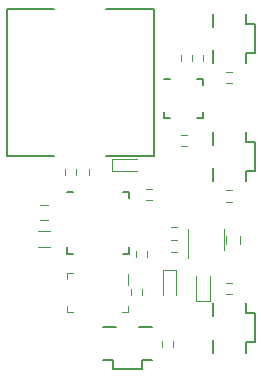
<source format=gbr>
G04 #@! TF.GenerationSoftware,KiCad,Pcbnew,5.1.4-e60b266~84~ubuntu16.04.1*
G04 #@! TF.CreationDate,2019-11-09T12:49:13+01:00*
G04 #@! TF.ProjectId,MiniVarioL0,4d696e69-5661-4726-996f-4c302e6b6963,v1.0.0*
G04 #@! TF.SameCoordinates,PX84157a0PY7270e00*
G04 #@! TF.FileFunction,Legend,Top*
G04 #@! TF.FilePolarity,Positive*
%FSLAX46Y46*%
G04 Gerber Fmt 4.6, Leading zero omitted, Abs format (unit mm)*
G04 Created by KiCad (PCBNEW 5.1.4-e60b266~84~ubuntu16.04.1) date 2019-11-09 12:49:13*
%MOMM*%
%LPD*%
G04 APERTURE LIST*
%ADD10C,0.150000*%
%ADD11C,0.120000*%
G04 APERTURE END LIST*
D10*
X10125000Y14275000D02*
X9600000Y14275000D01*
X10125000Y9025000D02*
X9600000Y9025000D01*
X4875000Y9025000D02*
X5400000Y9025000D01*
X4875000Y14275000D02*
X5400000Y14275000D01*
X10125000Y9025000D02*
X10125000Y9550000D01*
X4875000Y9025000D02*
X4875000Y9550000D01*
X10125000Y14275000D02*
X10125000Y13750000D01*
X16400000Y23800000D02*
X15875000Y23800000D01*
X16400000Y20500000D02*
X15875000Y20500000D01*
X13100000Y20500000D02*
X13625000Y20500000D01*
X13100000Y23800000D02*
X13625000Y23800000D01*
X16400000Y20500000D02*
X16400000Y21025000D01*
X13100000Y20500000D02*
X13100000Y21025000D01*
X16400000Y23800000D02*
X16400000Y23275000D01*
X20000000Y26000000D02*
X20750000Y26000000D01*
X20000000Y28500000D02*
X20750000Y28500000D01*
X20750000Y26000000D02*
X20750000Y28500000D01*
X20000000Y26000000D02*
X20000000Y25150000D01*
X20000000Y29350000D02*
X20000000Y28500000D01*
X17200000Y29350000D02*
X17200000Y28250000D01*
X17200000Y26250000D02*
X17200000Y25150000D01*
X20000000Y16000000D02*
X20750000Y16000000D01*
X20000000Y18500000D02*
X20750000Y18500000D01*
X20750000Y16000000D02*
X20750000Y18500000D01*
X20000000Y16000000D02*
X20000000Y15150000D01*
X20000000Y19350000D02*
X20000000Y18500000D01*
X17200000Y19350000D02*
X17200000Y18250000D01*
X17200000Y16250000D02*
X17200000Y15150000D01*
X20000000Y1500000D02*
X20750000Y1500000D01*
X20000000Y4000000D02*
X20750000Y4000000D01*
X20750000Y1500000D02*
X20750000Y4000000D01*
X20000000Y1500000D02*
X20000000Y650000D01*
X20000000Y4850000D02*
X20000000Y4000000D01*
X17200000Y4850000D02*
X17200000Y3750000D01*
X17200000Y1750000D02*
X17200000Y650000D01*
X8750000Y0D02*
X8750000Y-750000D01*
X11250000Y0D02*
X11250000Y-750000D01*
X8750000Y-750000D02*
X11250000Y-750000D01*
X8750000Y0D02*
X7900000Y0D01*
X12100000Y0D02*
X11250000Y0D01*
X12100000Y2800000D02*
X11000000Y2800000D01*
X9000000Y2800000D02*
X7900000Y2800000D01*
D11*
X13820000Y1150000D02*
X13820000Y1650000D01*
X12880000Y1650000D02*
X12880000Y1150000D01*
X18850000Y6570000D02*
X18350000Y6570000D01*
X18350000Y5630000D02*
X18850000Y5630000D01*
X18350000Y13430000D02*
X18850000Y13430000D01*
X18850000Y14370000D02*
X18350000Y14370000D01*
X18350000Y23430000D02*
X18850000Y23430000D01*
X18850000Y24370000D02*
X18350000Y24370000D01*
X19550000Y10550000D02*
X19550000Y9850000D01*
X18350000Y9850000D02*
X18350000Y10550000D01*
X15000000Y19070000D02*
X14500000Y19070000D01*
X14500000Y18130000D02*
X15000000Y18130000D01*
X15470000Y25350000D02*
X15470000Y25850000D01*
X14530000Y25850000D02*
X14530000Y25350000D01*
X4730000Y16200000D02*
X4730000Y15700000D01*
X5670000Y15700000D02*
X5670000Y16200000D01*
X12050000Y14470000D02*
X11550000Y14470000D01*
X11550000Y13530000D02*
X12050000Y13530000D01*
X10730000Y9250000D02*
X10730000Y8750000D01*
X11670000Y8750000D02*
X11670000Y9250000D01*
X15480000Y25850000D02*
X15480000Y25350000D01*
X16420000Y25350000D02*
X16420000Y25850000D01*
X2550000Y13100000D02*
X3250000Y13100000D01*
X3250000Y11900000D02*
X2550000Y11900000D01*
X3150000Y11870000D02*
X2650000Y11870000D01*
X2650000Y10930000D02*
X3150000Y10930000D01*
X10280000Y6000000D02*
X10280000Y5500000D01*
X11220000Y5500000D02*
X11220000Y6000000D01*
X15830000Y5050000D02*
X15830000Y7150000D01*
X16970000Y5050000D02*
X16970000Y7150000D01*
X15830000Y5050000D02*
X16970000Y5050000D01*
X14120000Y7650000D02*
X12980000Y7650000D01*
X12980000Y7650000D02*
X12980000Y5550000D01*
X14120000Y7650000D02*
X14120000Y5550000D01*
X8700000Y17000000D02*
X10800000Y17000000D01*
X8700000Y16000000D02*
X10800000Y16000000D01*
X8700000Y17000000D02*
X8700000Y16000000D01*
X3450000Y9570000D02*
X2450000Y9570000D01*
X2450000Y10930000D02*
X3450000Y10930000D01*
D10*
X8200000Y29700000D02*
X12200000Y29700000D01*
X12200000Y29700000D02*
X12200000Y17300000D01*
X12200000Y17300000D02*
X8200000Y17300000D01*
X3800000Y17300000D02*
X-200000Y17300000D01*
X-200000Y17300000D02*
X-200000Y29700000D01*
X-200000Y29700000D02*
X3800000Y29700000D01*
D11*
X15090000Y11080000D02*
X15090000Y8650000D01*
X18160000Y9320000D02*
X18160000Y11080000D01*
X14150000Y11280000D02*
X13650000Y11280000D01*
X13650000Y10220000D02*
X14150000Y10220000D01*
X13650000Y9120000D02*
X14150000Y9120000D01*
X14150000Y10180000D02*
X13650000Y10180000D01*
X6730000Y15700000D02*
X6730000Y16200000D01*
X5670000Y16200000D02*
X5670000Y15700000D01*
X10050000Y7300000D02*
X10050000Y6350000D01*
X4850000Y7400000D02*
X5350000Y7400000D01*
X4850000Y6900000D02*
X4850000Y7400000D01*
X4850000Y4100000D02*
X4850000Y4600000D01*
X5350000Y4100000D02*
X4850000Y4100000D01*
X10050000Y4100000D02*
X9550000Y4100000D01*
X10050000Y4600000D02*
X10050000Y4100000D01*
M02*

</source>
